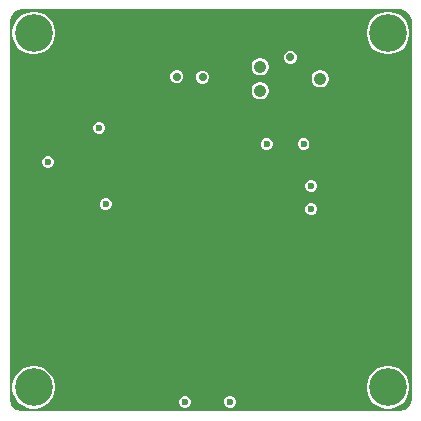
<source format=gbr>
%TF.GenerationSoftware,Altium Limited,Altium Designer,24.6.1 (21)*%
G04 Layer_Physical_Order=2*
G04 Layer_Color=36540*
%FSLAX45Y45*%
%MOMM*%
%TF.SameCoordinates,998BC942-C911-4A9E-BC0A-61954E215518*%
%TF.FilePolarity,Positive*%
%TF.FileFunction,Copper,L2,Inr,Signal*%
%TF.Part,Single*%
G01*
G75*
%TA.AperFunction,ViaPad*%
%ADD42C,3.20000*%
%TA.AperFunction,ComponentPad*%
%ADD43C,1.06700*%
%TA.AperFunction,ViaPad*%
%ADD44C,0.60000*%
%ADD45C,0.50000*%
%ADD46C,0.70000*%
G36*
X11529169Y8696157D02*
X11547368Y8688619D01*
X11563746Y8677675D01*
X11577675Y8663746D01*
X11588619Y8647368D01*
X11596157Y8629169D01*
X11600000Y8609849D01*
Y8600000D01*
Y5400000D01*
Y5390151D01*
X11596157Y5370831D01*
X11588619Y5352632D01*
X11577675Y5336253D01*
X11563746Y5322325D01*
X11547368Y5311381D01*
X11529169Y5303843D01*
X11509849Y5300000D01*
X8290151D01*
X8270831Y5303843D01*
X8252632Y5311381D01*
X8236254Y5322325D01*
X8222325Y5336254D01*
X8211381Y5352632D01*
X8203843Y5370831D01*
X8200000Y5390151D01*
Y5400000D01*
Y6700000D01*
Y8600000D01*
Y8609849D01*
X8203843Y8629169D01*
X8211381Y8647368D01*
X8222325Y8663746D01*
X8236254Y8677675D01*
X8252632Y8688619D01*
X8270831Y8696157D01*
X8290151Y8700000D01*
X11509849D01*
X11529169Y8696157D01*
D02*
G37*
%LPC*%
G36*
X11417728Y8680000D02*
X11382272D01*
X11347496Y8673083D01*
X11314738Y8659514D01*
X11285257Y8639815D01*
X11260185Y8614743D01*
X11240486Y8585262D01*
X11226917Y8552504D01*
X11220000Y8517728D01*
Y8482272D01*
X11226917Y8447496D01*
X11240486Y8414738D01*
X11260185Y8385257D01*
X11285257Y8360185D01*
X11314738Y8340486D01*
X11347496Y8326917D01*
X11382272Y8320000D01*
X11417728D01*
X11452504Y8326917D01*
X11485262Y8340486D01*
X11514743Y8360185D01*
X11539815Y8385257D01*
X11559514Y8414738D01*
X11573083Y8447496D01*
X11580000Y8482272D01*
Y8517728D01*
X11573083Y8552504D01*
X11559514Y8585262D01*
X11539815Y8614743D01*
X11514743Y8639815D01*
X11485262Y8659514D01*
X11452504Y8673083D01*
X11417728Y8680000D01*
D02*
G37*
G36*
X8417728D02*
X8382272D01*
X8347496Y8673083D01*
X8314738Y8659514D01*
X8285257Y8639815D01*
X8260185Y8614743D01*
X8240486Y8585262D01*
X8226917Y8552504D01*
X8220000Y8517728D01*
Y8482272D01*
X8226917Y8447496D01*
X8240486Y8414738D01*
X8260185Y8385257D01*
X8285257Y8360185D01*
X8314738Y8340486D01*
X8347496Y8326917D01*
X8382272Y8320000D01*
X8417728D01*
X8452504Y8326917D01*
X8485262Y8340486D01*
X8514743Y8360185D01*
X8539815Y8385257D01*
X8559514Y8414738D01*
X8573083Y8447496D01*
X8580000Y8482272D01*
Y8517728D01*
X8573083Y8552504D01*
X8559514Y8585262D01*
X8539815Y8614743D01*
X8514743Y8639815D01*
X8485262Y8659514D01*
X8452504Y8673083D01*
X8417728Y8680000D01*
D02*
G37*
G36*
X10585440Y8348250D02*
X10563560D01*
X10543345Y8339876D01*
X10527874Y8324405D01*
X10519500Y8304190D01*
Y8282310D01*
X10527874Y8262095D01*
X10543345Y8246623D01*
X10563560Y8238250D01*
X10585440D01*
X10605655Y8246623D01*
X10621127Y8262095D01*
X10629500Y8282310D01*
Y8304190D01*
X10621127Y8324405D01*
X10605655Y8339876D01*
X10585440Y8348250D01*
D02*
G37*
G36*
X10328657Y8288450D02*
X10309343D01*
X10290688Y8283451D01*
X10273962Y8273794D01*
X10260305Y8260138D01*
X10250649Y8243412D01*
X10245650Y8224756D01*
Y8205443D01*
X10250649Y8186788D01*
X10260305Y8170062D01*
X10273962Y8156405D01*
X10290688Y8146749D01*
X10309343Y8141750D01*
X10328657D01*
X10347312Y8146749D01*
X10364038Y8156405D01*
X10377695Y8170062D01*
X10387351Y8186788D01*
X10392350Y8205443D01*
Y8224756D01*
X10387351Y8243412D01*
X10377695Y8260138D01*
X10364038Y8273794D01*
X10347312Y8283451D01*
X10328657Y8288450D01*
D02*
G37*
G36*
X9623440Y8185000D02*
X9601560D01*
X9581345Y8176627D01*
X9565873Y8161155D01*
X9557500Y8140940D01*
Y8119060D01*
X9565873Y8098845D01*
X9581345Y8083373D01*
X9601560Y8075000D01*
X9623440D01*
X9643655Y8083373D01*
X9659126Y8098845D01*
X9667500Y8119060D01*
Y8140940D01*
X9659126Y8161155D01*
X9643655Y8176627D01*
X9623440Y8185000D01*
D02*
G37*
G36*
X9842438Y8182329D02*
X9820557D01*
X9800343Y8173955D01*
X9784871Y8158484D01*
X9776498Y8138269D01*
Y8116389D01*
X9784871Y8096174D01*
X9800343Y8080702D01*
X9820557Y8072329D01*
X9842438D01*
X9862652Y8080702D01*
X9878124Y8096174D01*
X9886497Y8116389D01*
Y8138269D01*
X9878124Y8158484D01*
X9862652Y8173955D01*
X9842438Y8182329D01*
D02*
G37*
G36*
X10836657Y8186850D02*
X10817343D01*
X10798688Y8181851D01*
X10781962Y8172194D01*
X10768305Y8158538D01*
X10758649Y8141812D01*
X10753650Y8123156D01*
Y8103843D01*
X10758649Y8085188D01*
X10768305Y8068462D01*
X10781962Y8054805D01*
X10798688Y8045149D01*
X10817343Y8040150D01*
X10836657D01*
X10855312Y8045149D01*
X10872038Y8054805D01*
X10885695Y8068462D01*
X10895351Y8085188D01*
X10900350Y8103843D01*
Y8123156D01*
X10895351Y8141812D01*
X10885695Y8158538D01*
X10872038Y8172194D01*
X10855312Y8181851D01*
X10836657Y8186850D01*
D02*
G37*
G36*
X10328657Y8085250D02*
X10309343D01*
X10290688Y8080251D01*
X10273962Y8070594D01*
X10260305Y8056938D01*
X10250649Y8040212D01*
X10245650Y8021556D01*
Y8002243D01*
X10250649Y7983588D01*
X10260305Y7966862D01*
X10273962Y7953205D01*
X10290688Y7943549D01*
X10309343Y7938550D01*
X10328657D01*
X10347312Y7943549D01*
X10364038Y7953205D01*
X10377695Y7966862D01*
X10387351Y7983588D01*
X10392350Y8002243D01*
Y8021556D01*
X10387351Y8040212D01*
X10377695Y8056938D01*
X10364038Y8070594D01*
X10347312Y8080251D01*
X10328657Y8085250D01*
D02*
G37*
G36*
X8964946Y7745000D02*
X8945054D01*
X8926677Y7737388D01*
X8912612Y7723323D01*
X8905000Y7704946D01*
Y7685054D01*
X8912612Y7666677D01*
X8926677Y7652612D01*
X8945054Y7645000D01*
X8964946D01*
X8983323Y7652612D01*
X8997388Y7666677D01*
X9005000Y7685054D01*
Y7704946D01*
X8997388Y7723323D01*
X8983323Y7737388D01*
X8964946Y7745000D01*
D02*
G37*
G36*
X10694946Y7610000D02*
X10675054D01*
X10656677Y7602388D01*
X10642612Y7588323D01*
X10635000Y7569946D01*
Y7550054D01*
X10642612Y7531677D01*
X10656677Y7517612D01*
X10675054Y7510000D01*
X10694946D01*
X10713323Y7517612D01*
X10727388Y7531677D01*
X10735000Y7550054D01*
Y7569946D01*
X10727388Y7588323D01*
X10713323Y7602388D01*
X10694946Y7610000D01*
D02*
G37*
G36*
X10382446Y7607500D02*
X10362554D01*
X10344177Y7599888D01*
X10330112Y7585823D01*
X10322500Y7567446D01*
Y7547554D01*
X10330112Y7529177D01*
X10344177Y7515112D01*
X10362554Y7507500D01*
X10382446D01*
X10400823Y7515112D01*
X10414888Y7529177D01*
X10422500Y7547554D01*
Y7567446D01*
X10414888Y7585823D01*
X10400823Y7599888D01*
X10382446Y7607500D01*
D02*
G37*
G36*
X8532446Y7457500D02*
X8512554D01*
X8494177Y7449888D01*
X8480112Y7435823D01*
X8472500Y7417446D01*
Y7397554D01*
X8480112Y7379177D01*
X8494177Y7365112D01*
X8512554Y7357500D01*
X8532446D01*
X8550823Y7365112D01*
X8564888Y7379177D01*
X8572500Y7397554D01*
Y7417446D01*
X8564888Y7435823D01*
X8550823Y7449888D01*
X8532446Y7457500D01*
D02*
G37*
G36*
X10759946Y7255000D02*
X10740054D01*
X10721677Y7247388D01*
X10707612Y7233323D01*
X10700000Y7214946D01*
Y7195054D01*
X10707612Y7176677D01*
X10721677Y7162612D01*
X10740054Y7155000D01*
X10759946D01*
X10778323Y7162612D01*
X10792388Y7176677D01*
X10800000Y7195054D01*
Y7214946D01*
X10792388Y7233323D01*
X10778323Y7247388D01*
X10759946Y7255000D01*
D02*
G37*
G36*
X9019946Y7100000D02*
X9000054D01*
X8981677Y7092388D01*
X8967612Y7078323D01*
X8960000Y7059946D01*
Y7040054D01*
X8967612Y7021677D01*
X8981677Y7007612D01*
X9000054Y7000000D01*
X9019946D01*
X9038323Y7007612D01*
X9052388Y7021677D01*
X9060000Y7040054D01*
Y7059946D01*
X9052388Y7078323D01*
X9038323Y7092388D01*
X9019946Y7100000D01*
D02*
G37*
G36*
X10759946Y7057500D02*
X10740054D01*
X10721677Y7049888D01*
X10707612Y7035823D01*
X10700000Y7017446D01*
Y6997554D01*
X10707612Y6979177D01*
X10721677Y6965112D01*
X10740054Y6957500D01*
X10759946D01*
X10778323Y6965112D01*
X10792388Y6979177D01*
X10800000Y6997554D01*
Y7017446D01*
X10792388Y7035823D01*
X10778323Y7049888D01*
X10759946Y7057500D01*
D02*
G37*
G36*
X10074946Y5427500D02*
X10055054D01*
X10036677Y5419888D01*
X10022612Y5405823D01*
X10015000Y5387446D01*
Y5367554D01*
X10022612Y5349177D01*
X10036677Y5335112D01*
X10055054Y5327500D01*
X10074946D01*
X10093323Y5335112D01*
X10107388Y5349177D01*
X10115000Y5367554D01*
Y5387446D01*
X10107388Y5405823D01*
X10093323Y5419888D01*
X10074946Y5427500D01*
D02*
G37*
G36*
X9692446Y5425000D02*
X9672554D01*
X9654177Y5417388D01*
X9640112Y5403323D01*
X9632500Y5384946D01*
Y5365054D01*
X9640112Y5346677D01*
X9654177Y5332612D01*
X9672554Y5325000D01*
X9692446D01*
X9710823Y5332612D01*
X9724888Y5346677D01*
X9732500Y5365054D01*
Y5384946D01*
X9724888Y5403323D01*
X9710823Y5417388D01*
X9692446Y5425000D01*
D02*
G37*
G36*
X11417728Y5680000D02*
X11382272D01*
X11347496Y5673083D01*
X11314738Y5659514D01*
X11285257Y5639815D01*
X11260185Y5614743D01*
X11240486Y5585262D01*
X11226917Y5552504D01*
X11220000Y5517728D01*
Y5482271D01*
X11226917Y5447496D01*
X11240486Y5414738D01*
X11260185Y5385257D01*
X11285257Y5360185D01*
X11314738Y5340486D01*
X11347496Y5326917D01*
X11382272Y5320000D01*
X11417728D01*
X11452504Y5326917D01*
X11485262Y5340486D01*
X11514743Y5360185D01*
X11539815Y5385257D01*
X11559514Y5414738D01*
X11573083Y5447496D01*
X11580000Y5482271D01*
Y5517728D01*
X11573083Y5552504D01*
X11559514Y5585262D01*
X11539815Y5614743D01*
X11514743Y5639815D01*
X11485262Y5659514D01*
X11452504Y5673083D01*
X11417728Y5680000D01*
D02*
G37*
G36*
X8417728D02*
X8382272D01*
X8347496Y5673083D01*
X8314738Y5659514D01*
X8285257Y5639815D01*
X8260185Y5614743D01*
X8240486Y5585262D01*
X8226917Y5552504D01*
X8220000Y5517728D01*
Y5482271D01*
X8226917Y5447496D01*
X8240486Y5414738D01*
X8260185Y5385257D01*
X8285257Y5360185D01*
X8314738Y5340486D01*
X8347496Y5326917D01*
X8382272Y5320000D01*
X8417728D01*
X8452504Y5326917D01*
X8485262Y5340486D01*
X8514743Y5360185D01*
X8539815Y5385257D01*
X8559514Y5414738D01*
X8573083Y5447496D01*
X8580000Y5482271D01*
Y5517728D01*
X8573083Y5552504D01*
X8559514Y5585262D01*
X8539815Y5614743D01*
X8514743Y5639815D01*
X8485262Y5659514D01*
X8452504Y5673083D01*
X8417728Y5680000D01*
D02*
G37*
%LPD*%
D42*
X8400000Y8500000D02*
D03*
X11400000D02*
D03*
Y5500000D02*
D03*
X8400000D02*
D03*
D43*
X10319000Y8215100D02*
D03*
Y8011900D02*
D03*
X10827000Y8113500D02*
D03*
D44*
X10262500Y8410000D02*
D03*
X9432500Y7675000D02*
D03*
X9150000Y7820000D02*
D03*
X9675000Y7832500D02*
D03*
X9207500Y8455000D02*
D03*
X8620000Y8230000D02*
D03*
Y8020000D02*
D03*
X10750000Y7205000D02*
D03*
X9662500Y5810000D02*
D03*
X10750000Y7007500D02*
D03*
X10995000Y7362500D02*
D03*
Y7215000D02*
D03*
X10685000Y7560000D02*
D03*
X10372500Y7557500D02*
D03*
X8955000Y7695000D02*
D03*
X8522500Y7407500D02*
D03*
X8950000Y6560000D02*
D03*
X9947500Y6517500D02*
D03*
X9682500Y5375000D02*
D03*
X10065000Y5377500D02*
D03*
X10852500Y6510000D02*
D03*
X11022500Y6232500D02*
D03*
X11001885Y6513925D02*
D03*
X10767500Y6405000D02*
D03*
X11247500Y6242500D02*
D03*
X10227500Y7347500D02*
D03*
X10150000Y6627500D02*
D03*
X9677500Y6497500D02*
D03*
X8870000Y7257500D02*
D03*
X9010000Y7050000D02*
D03*
X8480000Y6740000D02*
D03*
X8490000Y6900000D02*
D03*
X9010000D02*
D03*
D45*
X9445000Y7325000D02*
D03*
X9555000D02*
D03*
X9665000D02*
D03*
X9775000D02*
D03*
X9885000D02*
D03*
X9445000Y7215000D02*
D03*
X9555000D02*
D03*
X9665000D02*
D03*
X9775000D02*
D03*
X9885000D02*
D03*
X9445000Y7105000D02*
D03*
X9555000D02*
D03*
X9665000D02*
D03*
X9775000D02*
D03*
X9885000D02*
D03*
X9445000Y6995000D02*
D03*
X9555000D02*
D03*
X9665000D02*
D03*
X9775000D02*
D03*
X9885000D02*
D03*
X9445000Y6885000D02*
D03*
X9555000D02*
D03*
X9665000D02*
D03*
X9775000D02*
D03*
X9885000D02*
D03*
X9027500Y8205000D02*
D03*
Y8095000D02*
D03*
X9137500D02*
D03*
Y8205000D02*
D03*
D46*
X10574500Y8293250D02*
D03*
X9831497Y8127329D02*
D03*
X9612500Y8130000D02*
D03*
%TF.MD5,7f0310c0c9e8881f12adee2544d592a4*%
M02*

</source>
